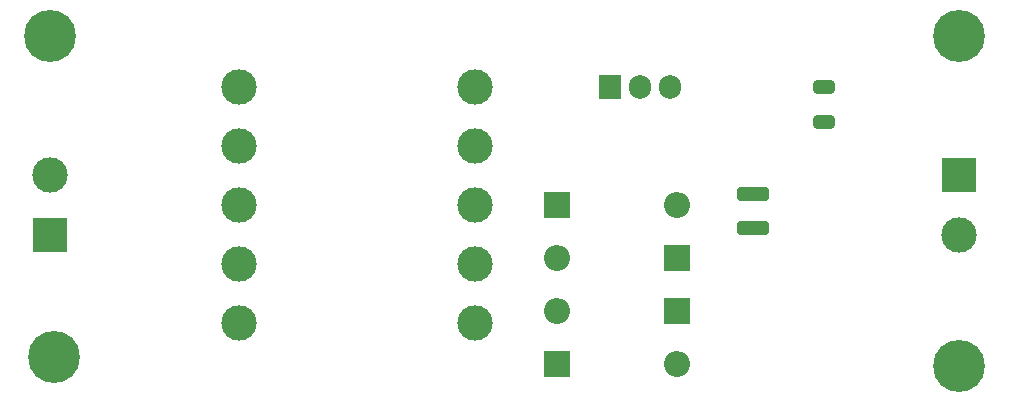
<source format=gbr>
%TF.GenerationSoftware,KiCad,Pcbnew,8.0.7*%
%TF.CreationDate,2025-08-07T00:01:01+05:30*%
%TF.ProjectId,Power_Supply,506f7765-725f-4537-9570-706c792e6b69,rev?*%
%TF.SameCoordinates,Original*%
%TF.FileFunction,Soldermask,Top*%
%TF.FilePolarity,Negative*%
%FSLAX46Y46*%
G04 Gerber Fmt 4.6, Leading zero omitted, Abs format (unit mm)*
G04 Created by KiCad (PCBNEW 8.0.7) date 2025-08-07 00:01:01*
%MOMM*%
%LPD*%
G01*
G04 APERTURE LIST*
G04 Aperture macros list*
%AMRoundRect*
0 Rectangle with rounded corners*
0 $1 Rounding radius*
0 $2 $3 $4 $5 $6 $7 $8 $9 X,Y pos of 4 corners*
0 Add a 4 corners polygon primitive as box body*
4,1,4,$2,$3,$4,$5,$6,$7,$8,$9,$2,$3,0*
0 Add four circle primitives for the rounded corners*
1,1,$1+$1,$2,$3*
1,1,$1+$1,$4,$5*
1,1,$1+$1,$6,$7*
1,1,$1+$1,$8,$9*
0 Add four rect primitives between the rounded corners*
20,1,$1+$1,$2,$3,$4,$5,0*
20,1,$1+$1,$4,$5,$6,$7,0*
20,1,$1+$1,$6,$7,$8,$9,0*
20,1,$1+$1,$8,$9,$2,$3,0*%
G04 Aperture macros list end*
%ADD10C,0.700000*%
%ADD11C,4.400000*%
%ADD12R,1.905000X2.000000*%
%ADD13O,1.905000X2.000000*%
%ADD14C,3.000000*%
%ADD15R,3.000000X3.000000*%
%ADD16R,2.200000X2.200000*%
%ADD17O,2.200000X2.200000*%
%ADD18RoundRect,0.250000X-0.650000X0.325000X-0.650000X-0.325000X0.650000X-0.325000X0.650000X0.325000X0*%
%ADD19RoundRect,0.250000X-1.100000X0.325000X-1.100000X-0.325000X1.100000X-0.325000X1.100000X0.325000X0*%
G04 APERTURE END LIST*
D10*
%TO.C,H4*%
X182150000Y-97166726D03*
X181666726Y-98333452D03*
X181666726Y-96000000D03*
X180500000Y-98816726D03*
D11*
X180500000Y-97166726D03*
D10*
X180500000Y-95516726D03*
X179333274Y-98333452D03*
X179333274Y-96000000D03*
X178850000Y-97166726D03*
%TD*%
%TO.C,H3*%
X105483274Y-96333274D03*
X105000000Y-97500000D03*
X105000000Y-95166548D03*
X103833274Y-97983274D03*
D11*
X103833274Y-96333274D03*
D10*
X103833274Y-94683274D03*
X102666548Y-97500000D03*
X102666548Y-95166548D03*
X102183274Y-96333274D03*
%TD*%
%TO.C,H2*%
X182150000Y-69150000D03*
X181666726Y-70316726D03*
X181666726Y-67983274D03*
X180500000Y-70800000D03*
D11*
X180500000Y-69150000D03*
D10*
X180500000Y-67500000D03*
X179333274Y-70316726D03*
X179333274Y-67983274D03*
X178850000Y-69150000D03*
%TD*%
%TO.C,H1*%
X105150000Y-69166726D03*
X104666726Y-70333452D03*
X104666726Y-68000000D03*
X103500000Y-70816726D03*
D11*
X103500000Y-69166726D03*
D10*
X103500000Y-67516726D03*
X102333274Y-70333452D03*
X102333274Y-68000000D03*
X101850000Y-69166726D03*
%TD*%
D12*
%TO.C,U1*%
X150920000Y-73500000D03*
D13*
X153460000Y-73500000D03*
X156000000Y-73500000D03*
%TD*%
D14*
%TO.C,T1*%
X139500000Y-93500000D03*
X139500000Y-88500000D03*
X139500000Y-83500000D03*
X139500000Y-78500000D03*
X139500000Y-73500000D03*
X119500000Y-73500000D03*
X119500000Y-78500000D03*
X119500000Y-83500000D03*
X119500000Y-88500000D03*
X119500000Y-93500000D03*
%TD*%
%TO.C,J2*%
X180500000Y-86040000D03*
D15*
X180500000Y-80960000D03*
%TD*%
D14*
%TO.C,J1*%
X103500000Y-80960000D03*
D15*
X103500000Y-86040000D03*
%TD*%
D16*
%TO.C,D4*%
X156580000Y-92500000D03*
D17*
X146420000Y-92500000D03*
%TD*%
D16*
%TO.C,D3*%
X156580000Y-88000000D03*
D17*
X146420000Y-88000000D03*
%TD*%
D16*
%TO.C,D2*%
X146420000Y-97000000D03*
D17*
X156580000Y-97000000D03*
%TD*%
D16*
%TO.C,D1*%
X146420000Y-83500000D03*
D17*
X156580000Y-83500000D03*
%TD*%
D18*
%TO.C,C2*%
X169000000Y-73525000D03*
X169000000Y-76475000D03*
%TD*%
D19*
%TO.C,C1*%
X163000000Y-85475000D03*
X163000000Y-82525000D03*
%TD*%
M02*

</source>
